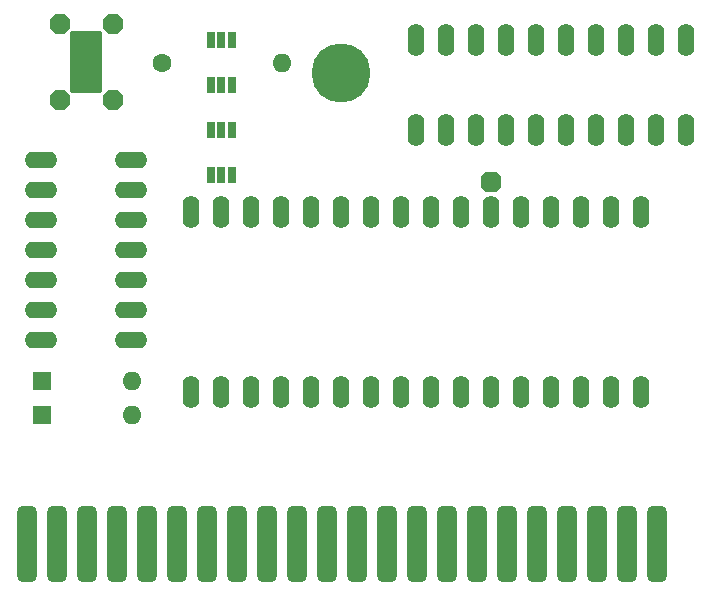
<source format=gbs>
G04 #@! TF.GenerationSoftware,KiCad,Pcbnew,(6.0.5)*
G04 #@! TF.CreationDate,2022-12-14T22:57:53+01:00*
G04 #@! TF.ProjectId,MDCC_512k,4d444343-5f35-4313-926b-2e6b69636164,C*
G04 #@! TF.SameCoordinates,Original*
G04 #@! TF.FileFunction,Soldermask,Bot*
G04 #@! TF.FilePolarity,Negative*
%FSLAX46Y46*%
G04 Gerber Fmt 4.6, Leading zero omitted, Abs format (unit mm)*
G04 Created by KiCad (PCBNEW (6.0.5)) date 2022-12-14 22:57:53*
%MOMM*%
%LPD*%
G01*
G04 APERTURE LIST*
G04 Aperture macros list*
%AMRoundRect*
0 Rectangle with rounded corners*
0 $1 Rounding radius*
0 $2 $3 $4 $5 $6 $7 $8 $9 X,Y pos of 4 corners*
0 Add a 4 corners polygon primitive as box body*
4,1,4,$2,$3,$4,$5,$6,$7,$8,$9,$2,$3,0*
0 Add four circle primitives for the rounded corners*
1,1,$1+$1,$2,$3*
1,1,$1+$1,$4,$5*
1,1,$1+$1,$6,$7*
1,1,$1+$1,$8,$9*
0 Add four rect primitives between the rounded corners*
20,1,$1+$1,$2,$3,$4,$5,0*
20,1,$1+$1,$4,$5,$6,$7,0*
20,1,$1+$1,$6,$7,$8,$9,0*
20,1,$1+$1,$8,$9,$2,$3,0*%
%AMFreePoly0*
4,1,17,0.435971,0.836021,0.836021,0.435971,0.850900,0.400050,0.850900,-0.400050,0.836021,-0.435971,0.435971,-0.836021,0.400050,-0.850900,-0.400050,-0.850900,-0.435971,-0.836021,-0.836021,-0.435971,-0.850900,-0.400050,-0.850900,0.400050,-0.836021,0.435971,-0.435971,0.836021,-0.400050,0.850900,0.400050,0.850900,0.435971,0.836021,0.435971,0.836021,$1*%
%AMFreePoly1*
4,1,17,0.416921,0.797921,0.797921,0.416921,0.812800,0.381000,0.812800,-0.381000,0.797921,-0.416921,0.416921,-0.797921,0.381000,-0.812800,-0.381000,-0.812800,-0.416921,-0.797921,-0.797921,-0.416921,-0.812800,-0.381000,-0.812800,0.381000,-0.797921,0.416921,-0.416921,0.797921,-0.381000,0.812800,0.381000,0.812800,0.416921,0.797921,0.416921,0.797921,$1*%
G04 Aperture macros list end*
%ADD10O,1.422400X2.743200*%
%ADD11C,5.000000*%
%ADD12RoundRect,0.431800X-0.381000X-2.794000X0.381000X-2.794000X0.381000X2.794000X-0.381000X2.794000X0*%
%ADD13R,1.600000X1.600000*%
%ADD14O,1.600000X1.600000*%
%ADD15O,2.743200X1.422400*%
%ADD16C,1.600000*%
%ADD17FreePoly0,0.000000*%
%ADD18FreePoly1,270.000000*%
%ADD19RoundRect,0.050800X-0.317500X-0.635000X0.317500X-0.635000X0.317500X0.635000X-0.317500X0.635000X0*%
%ADD20RoundRect,0.050800X-1.270000X-2.540000X1.270000X-2.540000X1.270000X2.540000X-1.270000X2.540000X0*%
G04 APERTURE END LIST*
D10*
X135801100Y-112993600D03*
X138341100Y-112993600D03*
X140881100Y-112993600D03*
X143421100Y-112993600D03*
X145961100Y-112993600D03*
X148501100Y-112993600D03*
X151041100Y-112993600D03*
X153581100Y-112993600D03*
X156121100Y-112993600D03*
X158661100Y-112993600D03*
X161201100Y-112993600D03*
X163741100Y-112993600D03*
X166281100Y-112993600D03*
X168821100Y-112993600D03*
X171361100Y-112993600D03*
X173901100Y-112993600D03*
X173901100Y-97753600D03*
X171361100Y-97753600D03*
X168821100Y-97753600D03*
X166281100Y-97753600D03*
X163741100Y-97753600D03*
X161201100Y-97753600D03*
X158661100Y-97753600D03*
X156121100Y-97753600D03*
X153581100Y-97753600D03*
X151041100Y-97753600D03*
X148501100Y-97753600D03*
X145961100Y-97753600D03*
X143421100Y-97753600D03*
X140881100Y-97753600D03*
X138341100Y-97753600D03*
X135801100Y-97753600D03*
D11*
X148501100Y-86003600D03*
D12*
X121841100Y-125828600D03*
X124381100Y-125828600D03*
X126921100Y-125828600D03*
X129461100Y-125828600D03*
X132001100Y-125828600D03*
X134541100Y-125828600D03*
X137081100Y-125828600D03*
X139621100Y-125828600D03*
X142161100Y-125828600D03*
X144701100Y-125828600D03*
X147241100Y-125828600D03*
X149781100Y-125828600D03*
X152321100Y-125828600D03*
X154861100Y-125828600D03*
X157401100Y-125828600D03*
X159941100Y-125828600D03*
X162481100Y-125828600D03*
X165021100Y-125828600D03*
X167561100Y-125828600D03*
X170101100Y-125828600D03*
X172641100Y-125828600D03*
X175181100Y-125828600D03*
D13*
X123190000Y-114935000D03*
D14*
X130810000Y-114935000D03*
D13*
X123190000Y-112020000D03*
D14*
X130810000Y-112020000D03*
D15*
X123101100Y-93345000D03*
X123101100Y-95885000D03*
X123101100Y-98425000D03*
X123101100Y-100965000D03*
X123101100Y-103505000D03*
X123101100Y-106045000D03*
X123101100Y-108585000D03*
X130721100Y-108585000D03*
X130721100Y-106045000D03*
X130721100Y-103505000D03*
X130721100Y-100965000D03*
X130721100Y-98425000D03*
X130721100Y-95885000D03*
X130721100Y-93345000D03*
D16*
X133350000Y-85090000D03*
D14*
X143510000Y-85090000D03*
D17*
X161201100Y-95213600D03*
D10*
X154851100Y-90768600D03*
X157391100Y-90768600D03*
X159931100Y-90768600D03*
X162471100Y-90768600D03*
X165011100Y-90768600D03*
X167551100Y-90768600D03*
X170091100Y-90768600D03*
X172631100Y-90768600D03*
X175171100Y-90768600D03*
X177711100Y-90768600D03*
X177711100Y-83148600D03*
X175171100Y-83148600D03*
X172631100Y-83148600D03*
X170091100Y-83148600D03*
X167551100Y-83148600D03*
X165011100Y-83148600D03*
X162471100Y-83148600D03*
X159931100Y-83148600D03*
X157391100Y-83148600D03*
X154851100Y-83148600D03*
D18*
X129161100Y-81803600D03*
X129161100Y-88303600D03*
X124661100Y-81803600D03*
X124661100Y-88303600D03*
D19*
X137452100Y-94578600D03*
X138341100Y-94578600D03*
X139230100Y-94578600D03*
X137452100Y-90768600D03*
X138341100Y-90768600D03*
X139230100Y-90768600D03*
D20*
X126911100Y-85053600D03*
D19*
X137452100Y-83148600D03*
X138341100Y-83148600D03*
X139230100Y-83148600D03*
X137452100Y-86958600D03*
X138341100Y-86958600D03*
X139230100Y-86958600D03*
M02*

</source>
